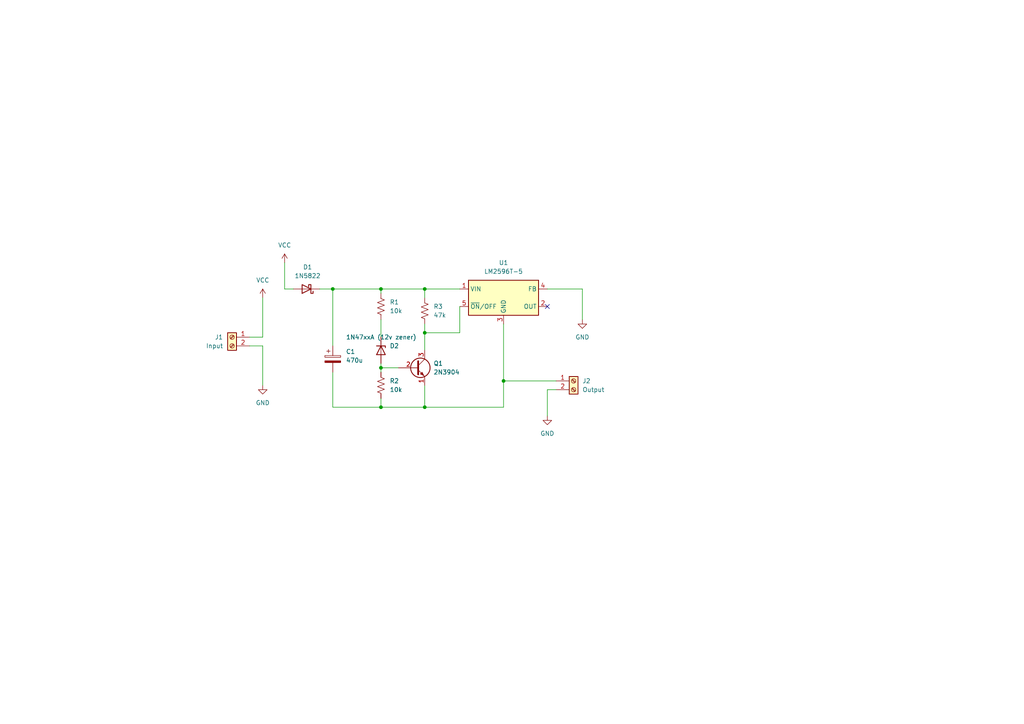
<source format=kicad_sch>
(kicad_sch (version 20211123) (generator eeschema)
  (paper "A4")
  (title_block (title "LM2596 Based 5V Inverting Regulator") (date "2022-03-19") (rev "v1.0") (comment 2 "creativecommons.org/licenses/by/4.0/") (comment 3 "License: CC BY 4.0") (comment 4 "Author: Mehmet Emre Doğan"))
  (lib_symbols
    (symbol "Connector:Screw_Terminal_01x02" (pin_names (offset 1.016) hide)
      (property "Reference" "J" (at 0 2.54 0))
      (property "Value" "Screw_Terminal_01x02" (at 0 -5.08 0))
      (symbol "Screw_Terminal_01x02_1_1"
        (rectangle (start -1.27 1.27) (end 1.27 -3.81) (stroke (width 0.254)) (fill (type background)))
        (circle (center 0 -2.54) (radius 0.635) (stroke (width 0.1524)))
        (polyline (pts (xy -0.5334 -2.2098) (xy 0.3302 -3.048)) (stroke (width 0.1524)))
        (polyline (pts (xy -0.5334 0.3302) (xy 0.3302 -0.508)) (stroke (width 0.1524)))
        (polyline (pts (xy -0.3556 -2.032) (xy 0.508 -2.8702)) (stroke (width 0.1524)))
        (polyline (pts (xy -0.3556 0.508) (xy 0.508 -0.3302)) (stroke (width 0.1524)))
        (circle (center 0 0) (radius 0.635) (stroke (width 0.1524)))
        (pin passive line (at -5.08 0 0) (length 3.81) (name "Pin_1") (number "1"))
        (pin passive line (at -5.08 -2.54 0) (length 3.81) (name "Pin_2") (number "2"))
      )
    )
    (symbol "Device:C_Polarized" (pin_numbers hide) (pin_names (offset 0.254))
      (property "Reference" "C" (at 0.635 2.54 0))
      (property "Value" "C_Polarized" (at 0.635 -2.54 0))
      (symbol "C_Polarized_0_1"
        (rectangle (start -2.286 0.508) (end 2.286 1.016))
        (polyline (pts (xy -1.778 2.286) (xy -0.762 2.286)))
        (polyline (pts (xy -1.27 2.794) (xy -1.27 1.778)))
        (rectangle (start 2.286 -0.508) (end -2.286 -1.016) (fill (type outline)))
      )
      (symbol "C_Polarized_1_1"
        (pin passive line (at 0 3.81 270) (length 2.794) (name "~") (number "1"))
        (pin passive line (at 0 -3.81 90) (length 2.794) (name "~") (number "2"))
      )
    )
    (symbol "Device:R_US" (pin_numbers hide) (pin_names (offset 0))
      (property "Reference" "R" (at 2.54 0 90))
      (property "Value" "R_US" (at -2.54 0 90))
      (symbol "R_US_0_1"
        (polyline (pts (xy 0 -2.286) (xy 0 -2.54)))
        (polyline (pts (xy 0 2.286) (xy 0 2.54)))
        (polyline (pts (xy 0 -0.762) (xy 1.016 -1.143) (xy 0 -1.524) (xy -1.016 -1.905) (xy 0 -2.286)))
        (polyline (pts (xy 0 0.762) (xy 1.016 0.381) (xy 0 0) (xy -1.016 -0.381) (xy 0 -0.762)))
        (polyline (pts (xy 0 2.286) (xy 1.016 1.905) (xy 0 1.524) (xy -1.016 1.143) (xy 0 0.762)))
      )
      (symbol "R_US_1_1"
        (pin passive line (at 0 3.81 270) (length 1.27) (name "~") (number "1"))
        (pin passive line (at 0 -3.81 90) (length 1.27) (name "~") (number "2"))
      )
    )
    (symbol "Diode:1N47xxA" (pin_numbers hide) (pin_names (offset 1.016) hide)
      (property "Reference" "D" (at 0 2.54 0))
      (property "Value" "1N47xxA" (at 0 -2.54 0))
      (symbol "1N47xxA_0_1"
        (polyline (pts (xy 1.27 0) (xy -1.27 0)))
        (polyline (pts (xy -1.27 -1.27) (xy -1.27 1.27) (xy -0.762 1.27)) (stroke (width 0.254)))
        (polyline (pts (xy 1.27 -1.27) (xy 1.27 1.27) (xy -1.27 0) (xy 1.27 -1.27)) (stroke (width 0.254)))
      )
      (symbol "1N47xxA_1_1"
        (pin passive line (at -3.81 0 0) (length 2.54) (name "K") (number "1"))
        (pin passive line (at 3.81 0 180) (length 2.54) (name "A") (number "2"))
      )
    )
    (symbol "Diode:1N5822" (pin_numbers hide) (pin_names (offset 1.016) hide)
      (property "Reference" "D" (at 0 2.54 0))
      (property "Value" "1N5822" (at 0 -2.54 0))
      (symbol "1N5822_0_1"
        (polyline (pts (xy 1.27 0) (xy -1.27 0)))
        (polyline (pts (xy 1.27 1.27) (xy 1.27 -1.27) (xy -1.27 0) (xy 1.27 1.27)) (stroke (width 0.254)))
        (polyline (pts (xy -1.905 0.635) (xy -1.905 1.27) (xy -1.27 1.27) (xy -1.27 -1.27) (xy -0.635 -1.27) (xy -0.635 -0.635)) (stroke (width 0.254)))
      )
      (symbol "1N5822_1_1"
        (pin passive line (at -3.81 0 0) (length 2.54) (name "K") (number "1"))
        (pin passive line (at 3.81 0 180) (length 2.54) (name "A") (number "2"))
      )
    )
    (symbol "Regulator_Switching:LM2596T-5"
      (property "Reference" "U" (at -10.16 6.35 0))
      (property "Value" "LM2596T-5" (at 0 6.35 0))
      (symbol "LM2596T-5_0_1"
        (rectangle (start -10.16 5.08) (end 10.16 -5.08) (stroke (width 0.254)) (fill (type background)))
      )
      (symbol "LM2596T-5_1_1"
        (pin power_in line (at -12.7 2.54 0) (length 2.54) (name "VIN") (number "1"))
        (pin output line (at 12.7 -2.54 180) (length 2.54) (name "OUT") (number "2"))
        (pin power_in line (at 0 -7.62 90) (length 2.54) (name "GND") (number "3"))
        (pin input line (at 12.7 2.54 180) (length 2.54) (name "FB") (number "4"))
        (pin input line (at -12.7 -2.54 0) (length 2.54) (name "~{ON}/OFF") (number "5"))
      )
    )
    (symbol "Transistor_BJT:2N3904" (pin_names (offset 0) hide)
      (property "Reference" "Q" (at 5.08 1.905 0))
      (property "Value" "2N3904" (at 5.08 0 0))
      (symbol "2N3904_0_1"
        (polyline (pts (xy 0.635 0.635) (xy 2.54 2.54)))
        (polyline (pts (xy 0.635 -0.635) (xy 2.54 -2.54) (xy 2.54 -2.54)))
        (polyline (pts (xy 0.635 1.905) (xy 0.635 -1.905) (xy 0.635 -1.905)) (stroke (width 0.508)))
        (polyline (pts (xy 1.27 -1.778) (xy 1.778 -1.27) (xy 2.286 -2.286) (xy 1.27 -1.778) (xy 1.27 -1.778)) (fill (type outline)))
        (circle (center 1.27 0) (radius 2.8194) (stroke (width 0.254)))
      )
      (symbol "2N3904_1_1"
        (pin passive line (at 2.54 -5.08 90) (length 2.54) (name "E") (number "1"))
        (pin passive line (at -5.08 0 0) (length 5.715) (name "B") (number "2"))
        (pin passive line (at 2.54 5.08 270) (length 2.54) (name "C") (number "3"))
      )
    )
    (symbol "power:GND" (power) (pin_names (offset 0))
      (property "Value" "GND" (at 0 -3.81 0))
      (symbol "GND_0_1"
        (polyline (pts (xy 0 0) (xy 0 -1.27) (xy 1.27 -1.27) (xy 0 -2.54) (xy -1.27 -1.27) (xy 0 -1.27)))
      )
      (symbol "GND_1_1"
        (pin power_in line (at 0 0 270) (length 0) hide (name "GND") (number "1"))
      )
    )
    (symbol "power:VCC" (power) (pin_names (offset 0))
      (property "Value" "VCC" (at 0 3.81 0))
      (symbol "VCC_0_1"
        (polyline (pts (xy -0.762 1.27) (xy 0 2.54)))
        (polyline (pts (xy 0 0) (xy 0 2.54)))
        (polyline (pts (xy 0 2.54) (xy 0.762 1.27)))
      )
      (symbol "VCC_1_1"
        (pin power_in line (at 0 0 90) (length 0) hide (name "VCC") (number "1"))
      )
    )
  )
  (junction (at 110.49 118.11))
  (junction (at 146.05 110.49))
  (junction (at 110.49 83.82))
  (junction (at 110.49 106.68))
  (junction (at 123.19 83.82))
  (junction (at 96.52 83.82))
  (junction (at 123.19 96.52))
  (junction (at 123.19 118.11))
  (no_connect (at 158.75 88.9))
  (wire (pts (xy 146.05 93.98) (xy 146.05 110.49)))
  (wire (pts (xy 82.55 76.2) (xy 82.55 83.82)))
  (wire (pts (xy 161.29 110.49) (xy 146.05 110.49)))
  (wire (pts (xy 123.19 96.52) (xy 123.19 101.6)))
  (wire (pts (xy 168.91 83.82) (xy 168.91 92.71)))
  (wire (pts (xy 110.49 118.11) (xy 123.19 118.11)))
  (wire (pts (xy 146.05 110.49) (xy 146.05 118.11)))
  (wire (pts (xy 158.75 113.03) (xy 158.75 120.65)))
  (wire (pts (xy 92.71 83.82) (xy 96.52 83.82)))
  (wire (pts (xy 110.49 106.68) (xy 115.57 106.68)))
  (wire (pts (xy 96.52 83.82) (xy 96.52 100.33)))
  (wire (pts (xy 82.55 83.82) (xy 85.09 83.82)))
  (wire (pts (xy 123.19 93.98) (xy 123.19 96.52)))
  (wire (pts (xy 96.52 107.95) (xy 96.52 118.11)))
  (wire (pts (xy 158.75 83.82) (xy 168.91 83.82)))
  (wire (pts (xy 133.35 88.9) (xy 133.35 96.52)))
  (wire (pts (xy 110.49 83.82) (xy 110.49 85.09)))
  (wire (pts (xy 161.29 113.03) (xy 158.75 113.03)))
  (wire (pts (xy 123.19 83.82) (xy 123.19 86.36)))
  (wire (pts (xy 96.52 83.82) (xy 110.49 83.82)))
  (wire (pts (xy 110.49 118.11) (xy 110.49 115.57)))
  (wire (pts (xy 72.39 100.33) (xy 76.2 100.33)))
  (wire (pts (xy 96.52 118.11) (xy 110.49 118.11)))
  (wire (pts (xy 133.35 96.52) (xy 123.19 96.52)))
  (wire (pts (xy 110.49 105.41) (xy 110.49 106.68)))
  (wire (pts (xy 123.19 118.11) (xy 146.05 118.11)))
  (wire (pts (xy 76.2 86.36) (xy 76.2 97.79)))
  (wire (pts (xy 76.2 100.33) (xy 76.2 111.76)))
  (wire (pts (xy 133.35 83.82) (xy 123.19 83.82)))
  (wire (pts (xy 110.49 83.82) (xy 123.19 83.82)))
  (wire (pts (xy 123.19 111.76) (xy 123.19 118.11)))
  (wire (pts (xy 110.49 106.68) (xy 110.49 107.95)))
  (wire (pts (xy 72.39 97.79) (xy 76.2 97.79)))
  (wire (pts (xy 110.49 92.71) (xy 110.49 97.79)))
  (symbol (lib_id "Transistor_BJT:2N3904") (at 120.65 106.68 0) (unit 1)
    (property "Reference" "Q1" (at 125.73 105.4099 0) (effects (justify left)))
    (property "Value" "2N3904" (at 125.73 107.9499 0) (effects (justify left)))
    (property "Footprint" "Package_TO_SOT_THT:TO-92_Inline" (effects hide))
    (property "Datasheet" "https://www.onsemi.com/pub/Collateral/2N3903-D.PDF" (effects hide))
  )
  (symbol (lib_id "Connector:Screw_Terminal_01x02") (at 166.37 110.49 0) (unit 1)
    (property "Reference" "J2" (at 168.91 110.4899 0) (effects (justify left)))
    (property "Value" "Output" (at 168.91 113.0299 0) (effects (justify left)))
    (property "Footprint" "TerminalBlock_MetzConnect:TerminalBlock_MetzConnect_Type101_RT01602HBWC_1x02_P5.08mm_Horizontal" (effects hide))
  )
  (symbol (lib_id "power:GND") (at 158.75 120.65 0) (unit 1)
    (property "Reference" "#PWR04" (effects hide))
    (property "Value" "GND" (at 158.75 125.73 0))
  )
  (symbol (lib_id "power:VCC") (at 82.55 76.2 0) (unit 1)
    (property "Reference" "#PWR03" (effects hide))
    (property "Value" "VCC" (at 82.55 71.12 0))
  )
  (symbol (lib_id "Device:R_US") (at 110.49 111.76 180) (unit 1)
    (property "Reference" "R2" (at 113.03 110.4899 0) (effects (justify right)))
    (property "Value" "10k" (at 113.03 113.0299 0) (effects (justify right)))
    (property "Footprint" "Resistor_THT:R_Axial_DIN0204_L3.6mm_D1.6mm_P7.62mm_Horizontal" (effects hide))
  )
  (symbol (lib_id "power:GND") (at 168.91 92.71 0) (unit 1)
    (property "Reference" "#PWR0101" (effects hide))
    (property "Value" "GND" (at 168.91 97.79 0))
  )
  (symbol (lib_id "Device:R_US") (at 110.49 88.9 0) (unit 1)
    (property "Reference" "R1" (at 113.03 87.6299 0) (effects (justify left)))
    (property "Value" "10k" (at 113.03 90.1699 0) (effects (justify left)))
    (property "Footprint" "Resistor_THT:R_Axial_DIN0204_L3.6mm_D1.6mm_P7.62mm_Horizontal" (effects hide))
  )
  (symbol (lib_id "power:VCC") (at 76.2 86.36 0) (unit 1)
    (property "Reference" "#PWR01" (effects hide))
    (property "Value" "VCC" (at 76.2 81.28 0))
  )
  (symbol (lib_id "Connector:Screw_Terminal_01x02") (at 67.31 97.79 0) (mirror y) (unit 1)
    (property "Reference" "J1" (at 63.5 97.79 0))
    (property "Value" "Input" (at 62.23 100.33 0))
    (property "Footprint" "TerminalBlock_MetzConnect:TerminalBlock_MetzConnect_Type101_RT01602HBWC_1x02_P5.08mm_Horizontal" (effects hide))
  )
  (symbol (lib_id "Regulator_Switching:LM2596T-5") (at 146.05 86.36 0) (unit 1)
    (property "Reference" "U1" (at 146.05 76.2 0))
    (property "Value" "LM2596T-5" (at 146.05 78.74 0))
    (property "Footprint" "Package_TO_SOT_THT:TO-220-5_P3.4x3.7mm_StaggerOdd_Lead3.8mm_Vertical" (effects hide))
    (property "Datasheet" "http://www.ti.com/lit/ds/symlink/lm2596.pdf" (effects hide))
  )
  (symbol (lib_id "Device:R_US") (at 123.19 90.17 0) (unit 1)
    (property "Reference" "R3" (at 125.73 88.8999 0) (effects (justify left)))
    (property "Value" "47k" (at 125.73 91.4399 0) (effects (justify left)))
    (property "Footprint" "Resistor_THT:R_Axial_DIN0204_L3.6mm_D1.6mm_P7.62mm_Horizontal" (effects hide))
  )
  (symbol (lib_id "Diode:1N5822") (at 88.9 83.82 180) (unit 1)
    (property "Reference" "D1" (at 89.2175 77.47 0))
    (property "Value" "1N5822" (at 89.2175 80.01 0))
    (property "Footprint" "Diode_THT:D_DO-201AD_P15.24mm_Horizontal" (effects hide))
    (property "Datasheet" "http://www.vishay.com/docs/88526/1n5820.pdf" (effects hide))
  )
  (symbol (lib_id "Diode:1N47xxA") (at 110.49 101.6 270) (unit 1)
    (property "Reference" "D2" (at 113.03 100.3299 90) (effects (justify left)))
    (property "Value" "1N47xxA (12v zener)" (at 100.33 97.79 90) (effects (justify left)))
    (property "Footprint" "Diode_THT:D_DO-41_SOD81_P10.16mm_Horizontal" (effects hide))
    (property "Datasheet" "https://www.vishay.com/docs/85816/1n4728a.pdf" (effects hide))
  )
  (symbol (lib_id "Device:C_Polarized") (at 96.52 104.14 0) (unit 1)
    (property "Reference" "C1" (at 100.33 101.9809 0) (effects (justify left)))
    (property "Value" "470u" (at 100.33 104.5209 0) (effects (justify left)))
    (property "Footprint" "Capacitor_THT:CP_Radial_D10.0mm_P5.00mm" (effects hide))
  )
  (symbol (lib_id "power:GND") (at 76.2 111.76 0) (unit 1)
    (property "Reference" "#PWR02" (effects hide))
    (property "Value" "GND" (at 76.2 116.84 0))
  )
)
</source>
